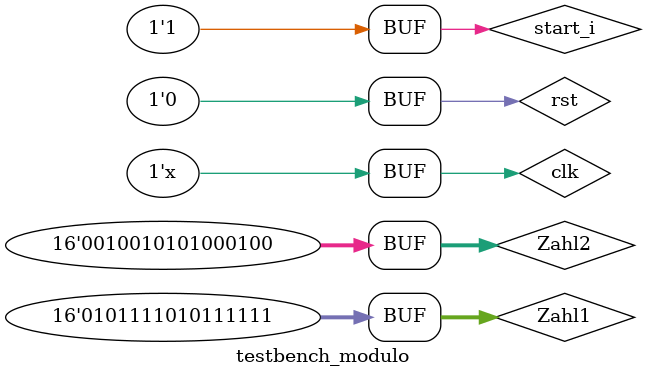
<source format=v>
module testbench_modulo (


);

    reg clk = 'd0;
    reg rst;
    reg start_i = 'd0;

    wire [15:0]  ergebnis;
    wire valid;
    reg [15:0] Zahl1 = 16'd24255;
    reg [15:0] Zahl2 = 16'd9540;

    modulo_top modulo_top(

    	.rst(rst), 
        .clk(clk), 
        .start_i(start_i),
    	.Zahl1_i(Zahl1), 
        .Zahl2_i(Zahl2),
    	.valid_o(valid),
    	.ergebnis_o(ergebnis)
    );

    initial begin
        #5  start_i = 1'd1;
            rst     = 1'd1;
        #2  rst     = 1'd0;    
    	
    end

    always
    #5 clk = !clk;



endmodule
</source>
